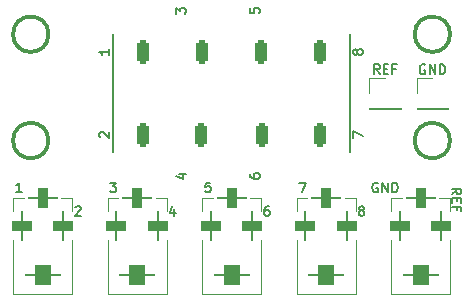
<source format=gbr>
%TF.GenerationSoftware,KiCad,Pcbnew,7.0.10-7.0.10~ubuntu22.04.1*%
%TF.CreationDate,2024-01-02T13:17:28+00:00*%
%TF.ProjectId,JACK_CONN,4a41434b-5f43-44f4-9e4e-2e6b69636164,rev?*%
%TF.SameCoordinates,Original*%
%TF.FileFunction,Legend,Top*%
%TF.FilePolarity,Positive*%
%FSLAX46Y46*%
G04 Gerber Fmt 4.6, Leading zero omitted, Abs format (unit mm)*
G04 Created by KiCad (PCBNEW 7.0.10-7.0.10~ubuntu22.04.1) date 2024-01-02 13:17:28*
%MOMM*%
%LPD*%
G01*
G04 APERTURE LIST*
G04 Aperture macros list*
%AMRoundRect*
0 Rectangle with rounded corners*
0 $1 Rounding radius*
0 $2 $3 $4 $5 $6 $7 $8 $9 X,Y pos of 4 corners*
0 Add a 4 corners polygon primitive as box body*
4,1,4,$2,$3,$4,$5,$6,$7,$8,$9,$2,$3,0*
0 Add four circle primitives for the rounded corners*
1,1,$1+$1,$2,$3*
1,1,$1+$1,$4,$5*
1,1,$1+$1,$6,$7*
1,1,$1+$1,$8,$9*
0 Add four rect primitives between the rounded corners*
20,1,$1+$1,$2,$3,$4,$5,0*
20,1,$1+$1,$4,$5,$6,$7,0*
20,1,$1+$1,$6,$7,$8,$9,0*
20,1,$1+$1,$8,$9,$2,$3,0*%
G04 Aperture macros list end*
%ADD10C,0.300000*%
%ADD11C,0.152400*%
%ADD12C,0.120000*%
%ADD13C,0.500000*%
%ADD14C,0.000000*%
%ADD15C,0.499999*%
%ADD16RoundRect,0.800000X0.050000X0.450000X-0.050000X0.450000X-0.050000X-0.450000X0.050000X-0.450000X0*%
%ADD17RoundRect,0.800000X-0.450000X0.050000X-0.450000X-0.050000X0.450000X-0.050000X0.450000X0.050000X0*%
%ADD18RoundRect,0.800000X-0.700000X0.050000X-0.700000X-0.050000X0.700000X-0.050000X0.700000X0.050000X0*%
%ADD19RoundRect,0.250000X-0.250000X-0.750000X0.250000X-0.750000X0.250000X0.750000X-0.250000X0.750000X0*%
%ADD20R,1.700000X1.700000*%
G04 APERTURE END LIST*
D10*
X84500000Y-125000000D02*
G75*
G03*
X81500000Y-125000000I-1500000J0D01*
G01*
X81500000Y-125000000D02*
G75*
G03*
X84500000Y-125000000I1500000J0D01*
G01*
D11*
X90000000Y-135000000D02*
X90000000Y-125000000D01*
D10*
X84500000Y-134000000D02*
G75*
G03*
X81500000Y-134000000I-1500000J0D01*
G01*
X81500000Y-134000000D02*
G75*
G03*
X84500000Y-134000000I1500000J0D01*
G01*
X118500000Y-125000000D02*
G75*
G03*
X115500000Y-125000000I-1500000J0D01*
G01*
X115500000Y-125000000D02*
G75*
G03*
X118500000Y-125000000I1500000J0D01*
G01*
D11*
X110000000Y-135000000D02*
X110000000Y-125000000D01*
D10*
X118500000Y-134000000D02*
G75*
G03*
X115500000Y-134000000I-1500000J0D01*
G01*
X115500000Y-134000000D02*
G75*
G03*
X118500000Y-134000000I1500000J0D01*
G01*
D11*
X112535542Y-128368091D02*
X112264609Y-127981044D01*
X112071085Y-128368091D02*
X112071085Y-127555291D01*
X112071085Y-127555291D02*
X112380723Y-127555291D01*
X112380723Y-127555291D02*
X112458133Y-127593996D01*
X112458133Y-127593996D02*
X112496838Y-127632701D01*
X112496838Y-127632701D02*
X112535542Y-127710110D01*
X112535542Y-127710110D02*
X112535542Y-127826225D01*
X112535542Y-127826225D02*
X112496838Y-127903634D01*
X112496838Y-127903634D02*
X112458133Y-127942339D01*
X112458133Y-127942339D02*
X112380723Y-127981044D01*
X112380723Y-127981044D02*
X112071085Y-127981044D01*
X112883885Y-127942339D02*
X113154819Y-127942339D01*
X113270933Y-128368091D02*
X112883885Y-128368091D01*
X112883885Y-128368091D02*
X112883885Y-127555291D01*
X112883885Y-127555291D02*
X113270933Y-127555291D01*
X113890209Y-127942339D02*
X113619275Y-127942339D01*
X113619275Y-128368091D02*
X113619275Y-127555291D01*
X113619275Y-127555291D02*
X114006323Y-127555291D01*
X110305291Y-133770932D02*
X110305291Y-133229066D01*
X110305291Y-133229066D02*
X111118091Y-133577408D01*
X89729067Y-137555291D02*
X90232229Y-137555291D01*
X90232229Y-137555291D02*
X89961295Y-137864929D01*
X89961295Y-137864929D02*
X90077410Y-137864929D01*
X90077410Y-137864929D02*
X90154819Y-137903634D01*
X90154819Y-137903634D02*
X90193524Y-137942339D01*
X90193524Y-137942339D02*
X90232229Y-138019748D01*
X90232229Y-138019748D02*
X90232229Y-138213272D01*
X90232229Y-138213272D02*
X90193524Y-138290682D01*
X90193524Y-138290682D02*
X90154819Y-138329387D01*
X90154819Y-138329387D02*
X90077410Y-138368091D01*
X90077410Y-138368091D02*
X89845181Y-138368091D01*
X89845181Y-138368091D02*
X89767772Y-138329387D01*
X89767772Y-138329387D02*
X89729067Y-138290682D01*
X82232229Y-138368091D02*
X81767772Y-138368091D01*
X82000000Y-138368091D02*
X82000000Y-137555291D01*
X82000000Y-137555291D02*
X81922591Y-137671406D01*
X81922591Y-137671406D02*
X81845181Y-137748815D01*
X81845181Y-137748815D02*
X81767772Y-137787520D01*
X88882701Y-133732227D02*
X88843996Y-133693523D01*
X88843996Y-133693523D02*
X88805291Y-133616113D01*
X88805291Y-133616113D02*
X88805291Y-133422589D01*
X88805291Y-133422589D02*
X88843996Y-133345180D01*
X88843996Y-133345180D02*
X88882701Y-133306475D01*
X88882701Y-133306475D02*
X88960110Y-133267770D01*
X88960110Y-133267770D02*
X89037520Y-133267770D01*
X89037520Y-133267770D02*
X89153634Y-133306475D01*
X89153634Y-133306475D02*
X89618091Y-133770932D01*
X89618091Y-133770932D02*
X89618091Y-133267770D01*
X86767772Y-139632701D02*
X86806476Y-139593996D01*
X86806476Y-139593996D02*
X86883886Y-139555291D01*
X86883886Y-139555291D02*
X87077410Y-139555291D01*
X87077410Y-139555291D02*
X87154819Y-139593996D01*
X87154819Y-139593996D02*
X87193524Y-139632701D01*
X87193524Y-139632701D02*
X87232229Y-139710110D01*
X87232229Y-139710110D02*
X87232229Y-139787520D01*
X87232229Y-139787520D02*
X87193524Y-139903634D01*
X87193524Y-139903634D02*
X86729067Y-140368091D01*
X86729067Y-140368091D02*
X87232229Y-140368091D01*
X95305291Y-123270932D02*
X95305291Y-122767770D01*
X95305291Y-122767770D02*
X95614929Y-123038704D01*
X95614929Y-123038704D02*
X95614929Y-122922589D01*
X95614929Y-122922589D02*
X95653634Y-122845180D01*
X95653634Y-122845180D02*
X95692339Y-122806475D01*
X95692339Y-122806475D02*
X95769748Y-122767770D01*
X95769748Y-122767770D02*
X95963272Y-122767770D01*
X95963272Y-122767770D02*
X96040682Y-122806475D01*
X96040682Y-122806475D02*
X96079387Y-122845180D01*
X96079387Y-122845180D02*
X96118091Y-122922589D01*
X96118091Y-122922589D02*
X96118091Y-123154818D01*
X96118091Y-123154818D02*
X96079387Y-123232227D01*
X96079387Y-123232227D02*
X96040682Y-123270932D01*
X98193524Y-137555291D02*
X97806476Y-137555291D01*
X97806476Y-137555291D02*
X97767772Y-137942339D01*
X97767772Y-137942339D02*
X97806476Y-137903634D01*
X97806476Y-137903634D02*
X97883886Y-137864929D01*
X97883886Y-137864929D02*
X98077410Y-137864929D01*
X98077410Y-137864929D02*
X98154819Y-137903634D01*
X98154819Y-137903634D02*
X98193524Y-137942339D01*
X98193524Y-137942339D02*
X98232229Y-138019748D01*
X98232229Y-138019748D02*
X98232229Y-138213272D01*
X98232229Y-138213272D02*
X98193524Y-138290682D01*
X98193524Y-138290682D02*
X98154819Y-138329387D01*
X98154819Y-138329387D02*
X98077410Y-138368091D01*
X98077410Y-138368091D02*
X97883886Y-138368091D01*
X97883886Y-138368091D02*
X97806476Y-138329387D01*
X97806476Y-138329387D02*
X97767772Y-138290682D01*
X116380724Y-127593996D02*
X116303314Y-127555291D01*
X116303314Y-127555291D02*
X116187200Y-127555291D01*
X116187200Y-127555291D02*
X116071086Y-127593996D01*
X116071086Y-127593996D02*
X115993676Y-127671406D01*
X115993676Y-127671406D02*
X115954971Y-127748815D01*
X115954971Y-127748815D02*
X115916267Y-127903634D01*
X115916267Y-127903634D02*
X115916267Y-128019748D01*
X115916267Y-128019748D02*
X115954971Y-128174567D01*
X115954971Y-128174567D02*
X115993676Y-128251977D01*
X115993676Y-128251977D02*
X116071086Y-128329387D01*
X116071086Y-128329387D02*
X116187200Y-128368091D01*
X116187200Y-128368091D02*
X116264609Y-128368091D01*
X116264609Y-128368091D02*
X116380724Y-128329387D01*
X116380724Y-128329387D02*
X116419428Y-128290682D01*
X116419428Y-128290682D02*
X116419428Y-128019748D01*
X116419428Y-128019748D02*
X116264609Y-128019748D01*
X116767771Y-128368091D02*
X116767771Y-127555291D01*
X116767771Y-127555291D02*
X117232228Y-128368091D01*
X117232228Y-128368091D02*
X117232228Y-127555291D01*
X117619276Y-128368091D02*
X117619276Y-127555291D01*
X117619276Y-127555291D02*
X117812800Y-127555291D01*
X117812800Y-127555291D02*
X117928914Y-127593996D01*
X117928914Y-127593996D02*
X118006324Y-127671406D01*
X118006324Y-127671406D02*
X118045029Y-127748815D01*
X118045029Y-127748815D02*
X118083733Y-127903634D01*
X118083733Y-127903634D02*
X118083733Y-128019748D01*
X118083733Y-128019748D02*
X118045029Y-128174567D01*
X118045029Y-128174567D02*
X118006324Y-128251977D01*
X118006324Y-128251977D02*
X117928914Y-128329387D01*
X117928914Y-128329387D02*
X117812800Y-128368091D01*
X117812800Y-128368091D02*
X117619276Y-128368091D01*
X118631908Y-138535542D02*
X119018955Y-138264609D01*
X118631908Y-138071085D02*
X119444708Y-138071085D01*
X119444708Y-138071085D02*
X119444708Y-138380723D01*
X119444708Y-138380723D02*
X119406003Y-138458133D01*
X119406003Y-138458133D02*
X119367298Y-138496838D01*
X119367298Y-138496838D02*
X119289889Y-138535542D01*
X119289889Y-138535542D02*
X119173774Y-138535542D01*
X119173774Y-138535542D02*
X119096365Y-138496838D01*
X119096365Y-138496838D02*
X119057660Y-138458133D01*
X119057660Y-138458133D02*
X119018955Y-138380723D01*
X119018955Y-138380723D02*
X119018955Y-138071085D01*
X119057660Y-138883885D02*
X119057660Y-139154819D01*
X118631908Y-139270933D02*
X118631908Y-138883885D01*
X118631908Y-138883885D02*
X119444708Y-138883885D01*
X119444708Y-138883885D02*
X119444708Y-139270933D01*
X119057660Y-139890209D02*
X119057660Y-139619275D01*
X118631908Y-139619275D02*
X119444708Y-139619275D01*
X119444708Y-139619275D02*
X119444708Y-140006323D01*
X110922591Y-139903634D02*
X110845181Y-139864929D01*
X110845181Y-139864929D02*
X110806476Y-139826225D01*
X110806476Y-139826225D02*
X110767772Y-139748815D01*
X110767772Y-139748815D02*
X110767772Y-139710110D01*
X110767772Y-139710110D02*
X110806476Y-139632701D01*
X110806476Y-139632701D02*
X110845181Y-139593996D01*
X110845181Y-139593996D02*
X110922591Y-139555291D01*
X110922591Y-139555291D02*
X111077410Y-139555291D01*
X111077410Y-139555291D02*
X111154819Y-139593996D01*
X111154819Y-139593996D02*
X111193524Y-139632701D01*
X111193524Y-139632701D02*
X111232229Y-139710110D01*
X111232229Y-139710110D02*
X111232229Y-139748815D01*
X111232229Y-139748815D02*
X111193524Y-139826225D01*
X111193524Y-139826225D02*
X111154819Y-139864929D01*
X111154819Y-139864929D02*
X111077410Y-139903634D01*
X111077410Y-139903634D02*
X110922591Y-139903634D01*
X110922591Y-139903634D02*
X110845181Y-139942339D01*
X110845181Y-139942339D02*
X110806476Y-139981044D01*
X110806476Y-139981044D02*
X110767772Y-140058453D01*
X110767772Y-140058453D02*
X110767772Y-140213272D01*
X110767772Y-140213272D02*
X110806476Y-140290682D01*
X110806476Y-140290682D02*
X110845181Y-140329387D01*
X110845181Y-140329387D02*
X110922591Y-140368091D01*
X110922591Y-140368091D02*
X111077410Y-140368091D01*
X111077410Y-140368091D02*
X111154819Y-140329387D01*
X111154819Y-140329387D02*
X111193524Y-140290682D01*
X111193524Y-140290682D02*
X111232229Y-140213272D01*
X111232229Y-140213272D02*
X111232229Y-140058453D01*
X111232229Y-140058453D02*
X111193524Y-139981044D01*
X111193524Y-139981044D02*
X111154819Y-139942339D01*
X111154819Y-139942339D02*
X111077410Y-139903634D01*
X89618091Y-126267770D02*
X89618091Y-126732227D01*
X89618091Y-126499999D02*
X88805291Y-126499999D01*
X88805291Y-126499999D02*
X88921406Y-126577408D01*
X88921406Y-126577408D02*
X88998815Y-126654818D01*
X88998815Y-126654818D02*
X89037520Y-126732227D01*
X103154819Y-139555291D02*
X103000000Y-139555291D01*
X103000000Y-139555291D02*
X102922591Y-139593996D01*
X102922591Y-139593996D02*
X102883886Y-139632701D01*
X102883886Y-139632701D02*
X102806476Y-139748815D01*
X102806476Y-139748815D02*
X102767772Y-139903634D01*
X102767772Y-139903634D02*
X102767772Y-140213272D01*
X102767772Y-140213272D02*
X102806476Y-140290682D01*
X102806476Y-140290682D02*
X102845181Y-140329387D01*
X102845181Y-140329387D02*
X102922591Y-140368091D01*
X102922591Y-140368091D02*
X103077410Y-140368091D01*
X103077410Y-140368091D02*
X103154819Y-140329387D01*
X103154819Y-140329387D02*
X103193524Y-140290682D01*
X103193524Y-140290682D02*
X103232229Y-140213272D01*
X103232229Y-140213272D02*
X103232229Y-140019748D01*
X103232229Y-140019748D02*
X103193524Y-139942339D01*
X103193524Y-139942339D02*
X103154819Y-139903634D01*
X103154819Y-139903634D02*
X103077410Y-139864929D01*
X103077410Y-139864929D02*
X102922591Y-139864929D01*
X102922591Y-139864929D02*
X102845181Y-139903634D01*
X102845181Y-139903634D02*
X102806476Y-139942339D01*
X102806476Y-139942339D02*
X102767772Y-140019748D01*
X101555291Y-136845180D02*
X101555291Y-136999999D01*
X101555291Y-136999999D02*
X101593996Y-137077408D01*
X101593996Y-137077408D02*
X101632701Y-137116113D01*
X101632701Y-137116113D02*
X101748815Y-137193523D01*
X101748815Y-137193523D02*
X101903634Y-137232227D01*
X101903634Y-137232227D02*
X102213272Y-137232227D01*
X102213272Y-137232227D02*
X102290682Y-137193523D01*
X102290682Y-137193523D02*
X102329387Y-137154818D01*
X102329387Y-137154818D02*
X102368091Y-137077408D01*
X102368091Y-137077408D02*
X102368091Y-136922589D01*
X102368091Y-136922589D02*
X102329387Y-136845180D01*
X102329387Y-136845180D02*
X102290682Y-136806475D01*
X102290682Y-136806475D02*
X102213272Y-136767770D01*
X102213272Y-136767770D02*
X102019748Y-136767770D01*
X102019748Y-136767770D02*
X101942339Y-136806475D01*
X101942339Y-136806475D02*
X101903634Y-136845180D01*
X101903634Y-136845180D02*
X101864929Y-136922589D01*
X101864929Y-136922589D02*
X101864929Y-137077408D01*
X101864929Y-137077408D02*
X101903634Y-137154818D01*
X101903634Y-137154818D02*
X101942339Y-137193523D01*
X101942339Y-137193523D02*
X102019748Y-137232227D01*
X95576225Y-136845180D02*
X96118091Y-136845180D01*
X95266587Y-137038704D02*
X95847158Y-137232227D01*
X95847158Y-137232227D02*
X95847158Y-136729066D01*
X105729067Y-137555291D02*
X106270933Y-137555291D01*
X106270933Y-137555291D02*
X105922591Y-138368091D01*
X95154819Y-139826225D02*
X95154819Y-140368091D01*
X94961295Y-139516587D02*
X94767772Y-140097158D01*
X94767772Y-140097158D02*
X95270933Y-140097158D01*
X101555291Y-122806475D02*
X101555291Y-123193523D01*
X101555291Y-123193523D02*
X101942339Y-123232227D01*
X101942339Y-123232227D02*
X101903634Y-123193523D01*
X101903634Y-123193523D02*
X101864929Y-123116113D01*
X101864929Y-123116113D02*
X101864929Y-122922589D01*
X101864929Y-122922589D02*
X101903634Y-122845180D01*
X101903634Y-122845180D02*
X101942339Y-122806475D01*
X101942339Y-122806475D02*
X102019748Y-122767770D01*
X102019748Y-122767770D02*
X102213272Y-122767770D01*
X102213272Y-122767770D02*
X102290682Y-122806475D01*
X102290682Y-122806475D02*
X102329387Y-122845180D01*
X102329387Y-122845180D02*
X102368091Y-122922589D01*
X102368091Y-122922589D02*
X102368091Y-123116113D01*
X102368091Y-123116113D02*
X102329387Y-123193523D01*
X102329387Y-123193523D02*
X102290682Y-123232227D01*
X110653634Y-126577408D02*
X110614929Y-126654818D01*
X110614929Y-126654818D02*
X110576225Y-126693523D01*
X110576225Y-126693523D02*
X110498815Y-126732227D01*
X110498815Y-126732227D02*
X110460110Y-126732227D01*
X110460110Y-126732227D02*
X110382701Y-126693523D01*
X110382701Y-126693523D02*
X110343996Y-126654818D01*
X110343996Y-126654818D02*
X110305291Y-126577408D01*
X110305291Y-126577408D02*
X110305291Y-126422589D01*
X110305291Y-126422589D02*
X110343996Y-126345180D01*
X110343996Y-126345180D02*
X110382701Y-126306475D01*
X110382701Y-126306475D02*
X110460110Y-126267770D01*
X110460110Y-126267770D02*
X110498815Y-126267770D01*
X110498815Y-126267770D02*
X110576225Y-126306475D01*
X110576225Y-126306475D02*
X110614929Y-126345180D01*
X110614929Y-126345180D02*
X110653634Y-126422589D01*
X110653634Y-126422589D02*
X110653634Y-126577408D01*
X110653634Y-126577408D02*
X110692339Y-126654818D01*
X110692339Y-126654818D02*
X110731044Y-126693523D01*
X110731044Y-126693523D02*
X110808453Y-126732227D01*
X110808453Y-126732227D02*
X110963272Y-126732227D01*
X110963272Y-126732227D02*
X111040682Y-126693523D01*
X111040682Y-126693523D02*
X111079387Y-126654818D01*
X111079387Y-126654818D02*
X111118091Y-126577408D01*
X111118091Y-126577408D02*
X111118091Y-126422589D01*
X111118091Y-126422589D02*
X111079387Y-126345180D01*
X111079387Y-126345180D02*
X111040682Y-126306475D01*
X111040682Y-126306475D02*
X110963272Y-126267770D01*
X110963272Y-126267770D02*
X110808453Y-126267770D01*
X110808453Y-126267770D02*
X110731044Y-126306475D01*
X110731044Y-126306475D02*
X110692339Y-126345180D01*
X110692339Y-126345180D02*
X110653634Y-126422589D01*
X112380724Y-137593996D02*
X112303314Y-137555291D01*
X112303314Y-137555291D02*
X112187200Y-137555291D01*
X112187200Y-137555291D02*
X112071086Y-137593996D01*
X112071086Y-137593996D02*
X111993676Y-137671406D01*
X111993676Y-137671406D02*
X111954971Y-137748815D01*
X111954971Y-137748815D02*
X111916267Y-137903634D01*
X111916267Y-137903634D02*
X111916267Y-138019748D01*
X111916267Y-138019748D02*
X111954971Y-138174567D01*
X111954971Y-138174567D02*
X111993676Y-138251977D01*
X111993676Y-138251977D02*
X112071086Y-138329387D01*
X112071086Y-138329387D02*
X112187200Y-138368091D01*
X112187200Y-138368091D02*
X112264609Y-138368091D01*
X112264609Y-138368091D02*
X112380724Y-138329387D01*
X112380724Y-138329387D02*
X112419428Y-138290682D01*
X112419428Y-138290682D02*
X112419428Y-138019748D01*
X112419428Y-138019748D02*
X112264609Y-138019748D01*
X112767771Y-138368091D02*
X112767771Y-137555291D01*
X112767771Y-137555291D02*
X113232228Y-138368091D01*
X113232228Y-138368091D02*
X113232228Y-137555291D01*
X113619276Y-138368091D02*
X113619276Y-137555291D01*
X113619276Y-137555291D02*
X113812800Y-137555291D01*
X113812800Y-137555291D02*
X113928914Y-137593996D01*
X113928914Y-137593996D02*
X114006324Y-137671406D01*
X114006324Y-137671406D02*
X114045029Y-137748815D01*
X114045029Y-137748815D02*
X114083733Y-137903634D01*
X114083733Y-137903634D02*
X114083733Y-138019748D01*
X114083733Y-138019748D02*
X114045029Y-138174567D01*
X114045029Y-138174567D02*
X114006324Y-138251977D01*
X114006324Y-138251977D02*
X113928914Y-138329387D01*
X113928914Y-138329387D02*
X113812800Y-138368091D01*
X113812800Y-138368091D02*
X113619276Y-138368091D01*
D12*
%TO.C,J9*%
X86500000Y-147000000D02*
X86500000Y-142400000D01*
X86500000Y-140000000D02*
X86500000Y-138900000D01*
X86500000Y-138900000D02*
X85600000Y-138900000D01*
X82400000Y-138900000D02*
X81500000Y-138900000D01*
X81500000Y-147000000D02*
X86500000Y-147000000D01*
X81500000Y-142400000D02*
X81500000Y-147000000D01*
X81500000Y-138900000D02*
X81500000Y-140000000D01*
%TO.C,J14*%
X115670000Y-128670000D02*
X117000000Y-128670000D01*
X115670000Y-130000000D02*
X115670000Y-128670000D01*
X115670000Y-131270000D02*
X115670000Y-131330000D01*
X115670000Y-131270000D02*
X118330000Y-131270000D01*
X115670000Y-131330000D02*
X118330000Y-131330000D01*
X118330000Y-131270000D02*
X118330000Y-131330000D01*
%TO.C,J12*%
X110500000Y-147000000D02*
X110500000Y-142400000D01*
X110500000Y-140000000D02*
X110500000Y-138900000D01*
X110500000Y-138900000D02*
X109600000Y-138900000D01*
X106400000Y-138900000D02*
X105500000Y-138900000D01*
X105500000Y-147000000D02*
X110500000Y-147000000D01*
X105500000Y-142400000D02*
X105500000Y-147000000D01*
X105500000Y-138900000D02*
X105500000Y-140000000D01*
%TO.C,J13*%
X118500000Y-147000000D02*
X118500000Y-142400000D01*
X118500000Y-140000000D02*
X118500000Y-138900000D01*
X118500000Y-138900000D02*
X117600000Y-138900000D01*
X114400000Y-138900000D02*
X113500000Y-138900000D01*
X113500000Y-147000000D02*
X118500000Y-147000000D01*
X113500000Y-142400000D02*
X113500000Y-147000000D01*
X113500000Y-138900000D02*
X113500000Y-140000000D01*
%TO.C,J10*%
X94500000Y-147000000D02*
X94500000Y-142400000D01*
X94500000Y-140000000D02*
X94500000Y-138900000D01*
X94500000Y-138900000D02*
X93600000Y-138900000D01*
X90400000Y-138900000D02*
X89500000Y-138900000D01*
X89500000Y-147000000D02*
X94500000Y-147000000D01*
X89500000Y-142400000D02*
X89500000Y-147000000D01*
X89500000Y-138900000D02*
X89500000Y-140000000D01*
%TO.C,J15*%
X111670000Y-128670000D02*
X113000000Y-128670000D01*
X111670000Y-130000000D02*
X111670000Y-128670000D01*
X111670000Y-131270000D02*
X111670000Y-131330000D01*
X111670000Y-131270000D02*
X114330000Y-131270000D01*
X111670000Y-131330000D02*
X114330000Y-131330000D01*
X114330000Y-131270000D02*
X114330000Y-131330000D01*
%TO.C,J11*%
X102500000Y-147000000D02*
X102500000Y-142400000D01*
X102500000Y-140000000D02*
X102500000Y-138900000D01*
X102500000Y-138900000D02*
X101600000Y-138900000D01*
X98400000Y-138900000D02*
X97500000Y-138900000D01*
X97500000Y-147000000D02*
X102500000Y-147000000D01*
X97500000Y-142400000D02*
X97500000Y-147000000D01*
X97500000Y-138900000D02*
X97500000Y-140000000D01*
%TD*%
%LPC*%
D13*
X109250000Y-131000000D02*
G75*
G03*
X108750000Y-131000000I-250000J0D01*
G01*
X108750000Y-131000000D02*
G75*
G03*
X109250000Y-131000000I250000J0D01*
G01*
X104250000Y-129000000D02*
G75*
G03*
X103750000Y-129000000I-250000J0D01*
G01*
X103750000Y-129000000D02*
G75*
G03*
X104250000Y-129000000I250000J0D01*
G01*
D14*
G36*
X104000000Y-129500000D02*
G01*
X101000000Y-129500000D01*
X101000000Y-128500000D01*
X104000000Y-128500000D01*
X104000000Y-129500000D01*
G37*
D13*
X109250000Y-129000000D02*
G75*
G03*
X108750000Y-129000000I-250000J0D01*
G01*
X108750000Y-129000000D02*
G75*
G03*
X109250000Y-129000000I250000J0D01*
G01*
X96250000Y-131000000D02*
G75*
G03*
X95750000Y-131000000I-250000J0D01*
G01*
X95750000Y-131000000D02*
G75*
G03*
X96250000Y-131000000I250000J0D01*
G01*
D14*
G36*
X94000000Y-129500000D02*
G01*
X91000000Y-129500000D01*
X91000000Y-128500000D01*
X94000000Y-128500000D01*
X94000000Y-129500000D01*
G37*
D15*
X106249998Y-129000000D02*
G75*
G03*
X105750000Y-129000000I-249999J0D01*
G01*
X105750000Y-129000000D02*
G75*
G03*
X106249998Y-129000000I249999J0D01*
G01*
D13*
X104250000Y-131000000D02*
G75*
G03*
X103750000Y-131000000I-250000J0D01*
G01*
X103750000Y-131000000D02*
G75*
G03*
X104250000Y-131000000I250000J0D01*
G01*
X99250000Y-131000000D02*
G75*
G03*
X98750000Y-131000000I-250000J0D01*
G01*
X98750000Y-131000000D02*
G75*
G03*
X99250000Y-131000000I250000J0D01*
G01*
D14*
G36*
X109500000Y-129000000D02*
G01*
X105500000Y-129000000D01*
X105500000Y-123500000D01*
X109500000Y-123500000D01*
X109500000Y-129000000D01*
G37*
D15*
X101249998Y-129000000D02*
G75*
G03*
X100750000Y-129000000I-249999J0D01*
G01*
X100750000Y-129000000D02*
G75*
G03*
X101249998Y-129000000I249999J0D01*
G01*
D14*
G36*
X99500000Y-129000000D02*
G01*
X95500000Y-129000000D01*
X95500000Y-123500000D01*
X99500000Y-123500000D01*
X99500000Y-129000000D01*
G37*
D13*
X94250000Y-131000000D02*
G75*
G03*
X93750000Y-131000000I-250000J0D01*
G01*
X93750000Y-131000000D02*
G75*
G03*
X94250000Y-131000000I250000J0D01*
G01*
G36*
X91000000Y-130500000D02*
G01*
X94000000Y-130500000D01*
X94000000Y-131500000D01*
X91000000Y-131500000D01*
X91000000Y-130500000D01*
G37*
D14*
G36*
X99000000Y-129500000D02*
G01*
X96000000Y-129500000D01*
X96000000Y-128500000D01*
X99000000Y-128500000D01*
X99000000Y-129500000D01*
G37*
D15*
X96249998Y-129000000D02*
G75*
G03*
X95750000Y-129000000I-249999J0D01*
G01*
X95750000Y-129000000D02*
G75*
G03*
X96249998Y-129000000I249999J0D01*
G01*
D14*
G36*
X104500000Y-129000000D02*
G01*
X100500000Y-129000000D01*
X100500000Y-123500000D01*
X104500000Y-123500000D01*
X104500000Y-129000000D01*
G37*
G36*
X105500000Y-131000000D02*
G01*
X109500000Y-131000000D01*
X109500000Y-136500000D01*
X105500000Y-136500000D01*
X105500000Y-131000000D01*
G37*
G36*
X106000000Y-130500000D02*
G01*
X109000000Y-130500000D01*
X109000000Y-131500000D01*
X106000000Y-131500000D01*
X106000000Y-130500000D01*
G37*
D13*
X94250000Y-129000000D02*
G75*
G03*
X93750000Y-129000000I-250000J0D01*
G01*
X93750000Y-129000000D02*
G75*
G03*
X94250000Y-129000000I250000J0D01*
G01*
D15*
X91249998Y-129000000D02*
G75*
G03*
X90750000Y-129000000I-249999J0D01*
G01*
X90750000Y-129000000D02*
G75*
G03*
X91249998Y-129000000I249999J0D01*
G01*
D13*
X99250000Y-129000000D02*
G75*
G03*
X98750000Y-129000000I-250000J0D01*
G01*
X98750000Y-129000000D02*
G75*
G03*
X99250000Y-129000000I250000J0D01*
G01*
G36*
X95500000Y-131000000D02*
G01*
X99500000Y-131000000D01*
X99500000Y-136500000D01*
X95500000Y-136500000D01*
X95500000Y-131000000D01*
G37*
X101250000Y-131000000D02*
G75*
G03*
X100750000Y-131000000I-250000J0D01*
G01*
X100750000Y-131000000D02*
G75*
G03*
X101250000Y-131000000I250000J0D01*
G01*
X106250000Y-131000000D02*
G75*
G03*
X105750000Y-131000000I-250000J0D01*
G01*
X105750000Y-131000000D02*
G75*
G03*
X106250000Y-131000000I250000J0D01*
G01*
G36*
X96000000Y-130500000D02*
G01*
X99000000Y-130500000D01*
X99000000Y-131500000D01*
X96000000Y-131500000D01*
X96000000Y-130500000D01*
G37*
G36*
X90500000Y-131000000D02*
G01*
X94500000Y-131000000D01*
X94500000Y-136500000D01*
X90500000Y-136500000D01*
X90500000Y-131000000D01*
G37*
G36*
X101000000Y-130500000D02*
G01*
X104000000Y-130500000D01*
X104000000Y-131500000D01*
X101000000Y-131500000D01*
X101000000Y-130500000D01*
G37*
D14*
G36*
X94500000Y-129000000D02*
G01*
X90500000Y-129000000D01*
X90500000Y-123500000D01*
X94500000Y-123500000D01*
X94500000Y-129000000D01*
G37*
D13*
X91250000Y-131000000D02*
G75*
G03*
X90750000Y-131000000I-250000J0D01*
G01*
X90750000Y-131000000D02*
G75*
G03*
X91250000Y-131000000I250000J0D01*
G01*
D14*
G36*
X109000000Y-129500000D02*
G01*
X106000000Y-129500000D01*
X106000000Y-128500000D01*
X109000000Y-128500000D01*
X109000000Y-129500000D01*
G37*
G36*
X100500000Y-131000000D02*
G01*
X104500000Y-131000000D01*
X104500000Y-136500000D01*
X100500000Y-136500000D01*
X100500000Y-131000000D01*
G37*
D16*
%TO.C,J9*%
X82250000Y-141200000D03*
D17*
X84000000Y-138900000D03*
D16*
X85750000Y-141200000D03*
D18*
X84000000Y-145400000D03*
%TD*%
D19*
%TO.C,J7*%
X107500000Y-126500000D03*
%TD*%
D20*
%TO.C,J14*%
X117000000Y-130000000D03*
%TD*%
D16*
%TO.C,J12*%
X106250000Y-141200000D03*
D17*
X108000000Y-138900000D03*
D16*
X109750000Y-141200000D03*
D18*
X108000000Y-145400000D03*
%TD*%
D19*
%TO.C,J5*%
X102500000Y-126500000D03*
%TD*%
%TO.C,J6*%
X102600000Y-133500000D03*
%TD*%
%TO.C,J3*%
X97500000Y-126500000D03*
%TD*%
%TO.C,J2*%
X92500000Y-133500000D03*
%TD*%
D16*
%TO.C,J13*%
X114250000Y-141200000D03*
D17*
X116000000Y-138900000D03*
D16*
X117750000Y-141200000D03*
D18*
X116000000Y-145400000D03*
%TD*%
D16*
%TO.C,J10*%
X90250000Y-141200000D03*
D17*
X92000000Y-138900000D03*
D16*
X93750000Y-141200000D03*
D18*
X92000000Y-145400000D03*
%TD*%
D20*
%TO.C,J15*%
X113000000Y-130000000D03*
%TD*%
D19*
%TO.C,J1*%
X92500000Y-126500000D03*
%TD*%
%TO.C,J8*%
X107500000Y-133500000D03*
%TD*%
%TO.C,J4*%
X97400000Y-133500000D03*
%TD*%
D16*
%TO.C,J11*%
X98250000Y-141200000D03*
D17*
X100000000Y-138900000D03*
D16*
X101750000Y-141200000D03*
D18*
X100000000Y-145400000D03*
%TD*%
%LPD*%
M02*

</source>
